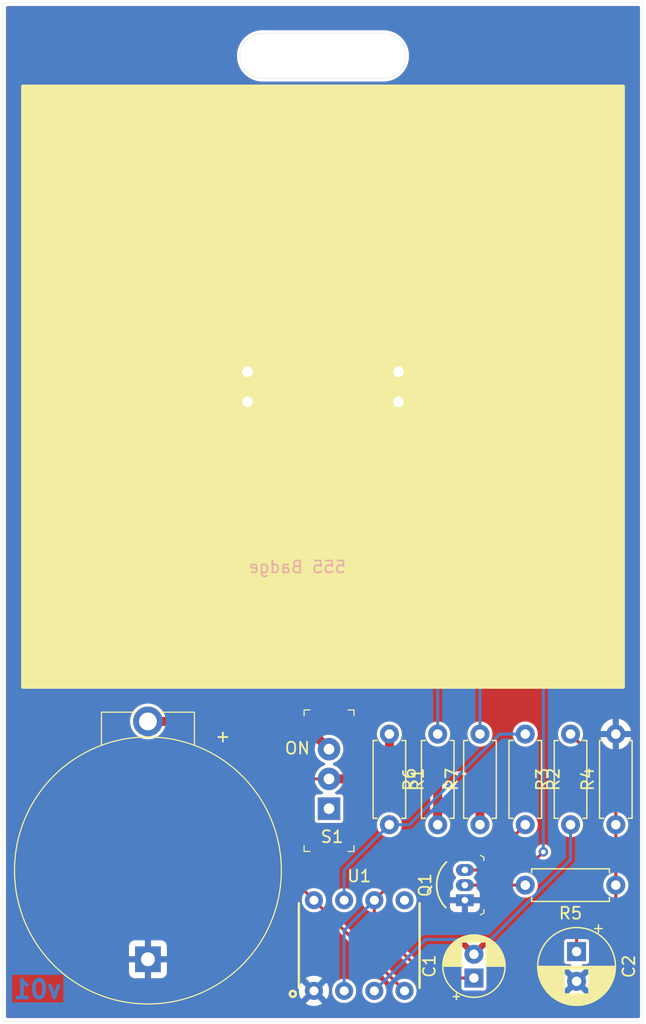
<source format=kicad_pcb>
(kicad_pcb (version 20221018) (generator pcbnew)
  (title_block (title "555 Badge") (rev "v01") (comment 2 "creativecommons.org/license/by/4.0") (comment 3 "License: CC BY 4.0") (comment 4 "Author: Samuel Street"))
  (layers (0 "F.Cu" signal) (31 "B.Cu" signal) (34 "B.Paste" user) (35 "F.Paste" user) (36 "B.SilkS" user "B.Silkscreen") (37 "F.SilkS" user "F.Silkscreen") (38 "B.Mask" user) (39 "F.Mask" user) (44 "Edge.Cuts" user))
  (net 0 "")
  (net 1 "GND")
  (net 2 "Net-(BAT1-PadPos)")
  (net 3 "Net-(U1-THRESH)")
  (net 4 "Net-(C2-Pad1)")
  (net 5 "Net-(D1-K)")
  (net 6 "Net-(D1-A)")
  (net 7 "Net-(D2-A)")
  (net 8 "Net-(Q1-B)")
  (net 9 "VCC")
  (net 10 "Net-(U1-DIS)")
  (net 11 "Net-(U1-OUT)")
  (footprint "Resistor_THT:R_Axial_DIN0207_L6.3mm_D2.5mm_P7.62mm_Horizontal" (layer "F.Cu") (at 174.752 110.49 90)
    (fp_text reference "R3" (at 3.81 -2.37 90) (layer "F.SilkS"))
    (fp_text value "22k")
    (fp_line (start 0.54 -1.37) (end 7.08 -1.37) (stroke (width 0.12)) (layer "F.SilkS"))
    (fp_line (start 0.54 -1.04) (end 0.54 -1.37) (stroke (width 0.12)) (layer "F.SilkS"))
    (fp_line (start 0.54 1.04) (end 0.54 1.37) (stroke (width 0.12)) (layer "F.SilkS"))
    (fp_line (start 0.54 1.37) (end 7.08 1.37) (stroke (width 0.12)) (layer "F.SilkS"))
    (fp_line (start 7.08 -1.37) (end 7.08 -1.04) (stroke (width 0.12)) (layer "F.SilkS"))
    (fp_line (start 7.08 1.37) (end 7.08 1.04) (stroke (width 0.12)) (layer "F.SilkS"))
    (pad "1" thru_hole circle (at 0 0 90) (size 1.6 1.6) (drill 0.8) (layers "*.Cu" "*.Mask") (net 11 "Net-(U1-OUT)"))
    (pad "2" thru_hole oval (at 7.62 0 90) (size 1.6 1.6) (drill 0.8) (layers "*.Cu" "*.Mask") (net 4 "Net-(C2-Pad1)"))
  )
  (footprint "Resistor_THT:R_Axial_DIN0207_L6.3mm_D2.5mm_P7.62mm_Horizontal" (layer "F.Cu") (at 170.942 102.87 -90)
    (fp_text reference "R2" (at 3.81 -2.37 90) (layer "F.SilkS"))
    (fp_text value "22k")
    (fp_line (start 0.54 -1.37) (end 7.08 -1.37) (stroke (width 0.12)) (layer "F.SilkS"))
    (fp_line (start 0.54 -1.04) (end 0.54 -1.37) (stroke (width 0.12)) (layer "F.SilkS"))
    (fp_line (start 0.54 1.04) (end 0.54 1.37) (stroke (width 0.12)) (layer "F.SilkS"))
    (fp_line (start 0.54 1.37) (end 7.08 1.37) (stroke (width 0.12)) (layer "F.SilkS"))
    (fp_line (start 7.08 -1.37) (end 7.08 -1.04) (stroke (width 0.12)) (layer "F.SilkS"))
    (fp_line (start 7.08 1.37) (end 7.08 1.04) (stroke (width 0.12)) (layer "F.SilkS"))
    (pad "1" thru_hole circle (at 0 0 270) (size 1.6 1.6) (drill 0.8) (layers "*.Cu" "*.Mask") (net 10 "Net-(U1-DIS)"))
    (pad "2" thru_hole oval (at 7.62 0 270) (size 1.6 1.6) (drill 0.8) (layers "*.Cu" "*.Mask") (net 3 "Net-(U1-THRESH)"))
  )
  (footprint "digikey-footprints:Switch_Slide_11.6x4mm_EG1218" (layer "F.Cu") (at 154.432 109.14 90)
    (fp_text reference "S1" (at -2.366 0.254 180) (layer "F.SilkS"))
    (fp_text value "EG1218")
    (fp_line (start -3.6 -2.1) (end -3.6 -1.6) (stroke (width 0.1)) (layer "F.SilkS"))
    (fp_line (start -3.6 -2.1) (end -3.1 -2.1) (stroke (width 0.1)) (layer "F.SilkS"))
    (fp_line (start -3.6 2.1) (end -3.6 1.6) (stroke (width 0.1)) (layer "F.SilkS"))
    (fp_line (start -3.6 2.1) (end -3.1 2.1) (stroke (width 0.1)) (layer "F.SilkS"))
    (fp_line (start 8.3 -2.1) (end 7.8 -2.1) (stroke (width 0.1)) (layer "F.SilkS"))
    (fp_line (start 8.3 -2.1) (end 8.3 -1.6) (stroke (width 0.1)) (layer "F.SilkS"))
    (fp_line (start 8.3 2.1) (end 7.8 2.1) (stroke (width 0.1)) (layer "F.SilkS"))
    (fp_line (start 8.3 2.1) (end 8.3 1.6) (stroke (width 0.1)) (layer "F.SilkS"))
    (pad "1" thru_hole rect (at 0 0 90) (size 1.9 1.9) (drill 0.9) (layers "*.Cu" "*.Mask"))
    (pad "2" thru_hole circle (at 2.5 0 90) (size 1.9 1.9) (drill 0.9) (layers "*.Cu" "*.Mask") (net 9 "VCC"))
    (pad "3" thru_hole circle (at 5 0 90) (size 1.9 1.9) (drill 0.9) (layers "*.Cu" "*.Mask") (net 2 "Net-(BAT1-PadPos)"))
  )
  (footprint "Capacitor_THT:CP_Radial_D6.3mm_P2.50mm" (layer "F.Cu") (at 175.26 121.158 -90)
    (fp_text reference "C2" (at 1.25 -4.4 90) (layer "F.SilkS"))
    (fp_text value "100uF")
    (fp_line (start -2.250241 -1.839) (end -1.620241 -1.839) (stroke (width 0.12)) (layer "F.SilkS"))
    (fp_line (start -1.935241 -2.154) (end -1.935241 -1.524) (stroke (width 0.12)) (layer "F.SilkS"))
    (fp_line (start 1.25 -3.23) (end 1.25 3.23) (stroke (width 0.12)) (layer "F.SilkS"))
    (fp_line (start 1.29 -3.23) (end 1.29 3.23) (stroke (width 0.12)) (layer "F.SilkS"))
    (fp_line (start 1.33 -3.23) (end 1.33 3.23) (stroke (width 0.12)) (layer "F.SilkS"))
    (fp_line (start 1.37 -3.228) (end 1.37 3.228) (stroke (width 0.12)) (layer "F.SilkS"))
    (fp_line (start 1.41 -3.227) (end 1.41 3.227) (stroke (width 0.12)) (layer "F.SilkS"))
    (fp_line (start 1.45 -3.224) (end 1.45 3.224) (stroke (width 0.12)) (layer "F.SilkS"))
    (fp_line (start 1.49 -3.222) (end 1.49 -1.04) (stroke (width 0.12)) (layer "F.SilkS"))
    (fp_line (start 1.49 1.04) (end 1.49 3.222) (stroke (width 0.12)) (layer "F.SilkS"))
    (fp_line (start 1.53 -3.218) (end 1.53 -1.04) (stroke (width 0.12)) (layer "F.SilkS"))
    (fp_line (start 1.53 1.04) (end 1.53 3.218) (stroke (width 0.12)) (layer "F.SilkS"))
    (fp_line (start 1.57 -3.215) (end 1.57 -1.04) (stroke (width 0.12)) (layer "F.SilkS"))
    (fp_line (start 1.57 1.04) (end 1.57 3.215) (stroke (width 0.12)) (layer "F.SilkS"))
    (fp_line (start 1.61 -3.211) (end 1.61 -1.04) (stroke (width 0.12)) (layer "F.SilkS"))
    (fp_line (start 1.61 1.04) (end 1.61 3.211) (stroke (width 0.12)) (layer "F.SilkS"))
    (fp_line (start 1.65 -3.206) (end 1.65 -1.04) (stroke (width 0.12)) (layer "F.SilkS"))
    (fp_line (start 1.65 1.04) (end 1.65 3.206) (stroke (width 0.12)) (layer "F.SilkS"))
    (fp_line (start 1.69 -3.201) (end 1.69 -1.04) (stroke (width 0.12)) (layer "F.SilkS"))
    (fp_line (start 1.69 1.04) (end 1.69 3.201) (stroke (width 0.12)) (layer "F.SilkS"))
    (fp_line (start 1.73 -3.195) (end 1.73 -1.04) (stroke (width 0.12)) (layer "F.SilkS"))
    (fp_line (start 1.73 1.04) (end 1.73 3.195) (stroke (width 0.12)) (layer "F.SilkS"))
    (fp_line (start 1.77 -3.189) (end 1.77 -1.04) (stroke (width 0.12)) (layer "F.SilkS"))
    (fp_line (start 1.77 1.04) (end 1.77 3.189) (stroke (width 0.12)) (layer "F.SilkS"))
    (fp_line (start 1.81 -3.182) (end 1.81 -1.04) (stroke (width 0.12)) (layer "F.SilkS"))
    (fp_line (start 1.81 1.04) (end 1.81 3.182) (stroke (width 0.12)) (layer "F.SilkS"))
    (fp_line (start 1.85 -3.175) (end 1.85 -1.04) (stroke (width 0.12)) (layer "F.SilkS"))
    (fp_line (start 1.85 1.04) (end 1.85 3.175) (stroke (width 0.12)) (layer "F.SilkS"))
    (fp_line (start 1.89 -3.167) (end 1.89 -1.04) (stroke (width 0.12)) (layer "F.SilkS"))
    (fp_line (start 1.89 1.04) (end 1.89 3.167) (stroke (width 0.12)) (layer "F.SilkS"))
    (fp_line (start 1.93 -3.159) (end 1.93 -1.04) (stroke (width 0.12)) (layer "F.SilkS"))
    (fp_line (start 1.93 1.04) (end 1.93 3.159) (stroke (width 0.12)) (layer "F.SilkS"))
    (fp_line (start 1.971 -3.15) (end 1.971 -1.04) (stroke (width 0.12)) (layer "F.SilkS"))
    (fp_line (start 1.971 1.04) (end 1.971 3.15) (stroke (width 0.12)) (layer "F.SilkS"))
    (fp_line (start 2.011 -3.141) (end 2.011 -1.04) (stroke (width 0.12)) (layer "F.SilkS"))
    (fp_line (start 2.011 1.04) (end 2.011 3.141) (stroke (width 0.12)) (layer "F.SilkS"))
    (fp_line (start 2.051 -3.131) (end 2.051 -1.04) (stroke (width 0.12)) (layer "F.SilkS"))
    (fp_line (start 2.051 1.04) (end 2.051 3.131) (stroke (width 0.12)) (layer "F.SilkS"))
    (fp_line (start 2.091 -3.121) (end 2.091 -1.04) (stroke (width 0.12)) (layer "F.SilkS"))
    (fp_line (start 2.091 1.04) (end 2.091 3.121) (stroke (width 0.12)) (layer "F.SilkS"))
    (fp_line (start 2.131 -3.11) (end 2.131 -1.04) (stroke (width 0.12)) (layer "F.SilkS"))
    (fp_line (start 2.131 1.04) (end 2.131 3.11) (stroke (width 0.12)) (layer "F.SilkS"))
    (fp_line (start 2.171 -3.098) (end 2.171 -1.04) (stroke (width 0.12)) (layer "F.SilkS"))
    (fp_line (start 2.171 1.04) (end 2.171 3.098) (stroke (width 0.12)) (layer "F.SilkS"))
    (fp_line (start 2.211 -3.086) (end 2.211 -1.04) (stroke (width 0.12)) (layer "F.SilkS"))
    (fp_line (start 2.211 1.04) (end 2.211 3.086) (stroke (width 0.12)) (layer "F.SilkS"))
    (fp_line (start 2.251 -3.074) (end 2.251 -1.04) (stroke (width 0.12)) (layer "F.SilkS"))
    (fp_line (start 2.251 1.04) (end 2.251 3.074) (stroke (width 0.12)) (layer "F.SilkS"))
    (fp_line (start 2.291 -3.061) (end 2.291 -1.04) (stroke (width 0.12)) (layer "F.SilkS"))
    (fp_line (start 2.291 1.04) (end 2.291 3.061) (stroke (width 0.12)) (layer "F.SilkS"))
    (fp_line (start 2.331 -3.047) (end 2.331 -1.04) (stroke (width 0.12)) (layer "F.SilkS"))
    (fp_line (start 2.331 1.04) (end 2.331 3.047) (stroke (width 0.12)) (layer "F.SilkS"))
    (fp_line (start 2.371 -3.033) (end 2.371 -1.04) (stroke (width 0.12)) (layer "F.SilkS"))
    (fp_line (start 2.371 1.04) (end 2.371 3.033) (stroke (width 0.12)) (layer "F.SilkS"))
    (fp_line (start 2.411 -3.018) (end 2.411 -1.04) (stroke (width 0.12)) (layer "F.SilkS"))
    (fp_line (start 2.411 1.04) (end 2.411 3.018) (stroke (width 0.12)) (layer "F.SilkS"))
    (fp_line (start 2.451 -3.002) (end 2.451 -1.04) (stroke (width 0.12)) (layer "F.SilkS"))
    (fp_line (start 2.451 1.04) (end 2.451 3.002) (stroke (width 0.12)) (layer "F.SilkS"))
    (fp_line (start 2.491 -2.986) (end 2.491 -1.04) (stroke (width 0.12)) (layer "F.SilkS"))
    (fp_line (start 2.491 1.04) (end 2.491 2.986) (stroke (width 0.12)) (layer "F.SilkS"))
    (fp_line (start 2.531 -2.97) (end 2.531 -1.04) (stroke (width 0.12)) (layer "F.SilkS"))
    (fp_line (start 2.531 1.04) (end 2.531 2.97) (stroke (width 0.12)) (layer "F.SilkS"))
    (fp_line (start 2.571 -2.952) (end 2.571 -1.04) (stroke (width 0.12)) (layer "F.SilkS"))
    (fp_line (start 2.571 1.04) (end 2.571 2.952) (stroke (width 0.12)) (layer "F.SilkS"))
    (fp_line (start 2.611 -2.934) (end 2.611 -1.04) (stroke (width 0.12)) (layer "F.SilkS"))
    (fp_line (start 2.611 1.04) (end 2.611 2.934) (stroke (width 0.12)) (layer "F.SilkS"))
    (fp_line (start 2.651 -2.916) (end 2.651 -1.04) (stroke (width 0.12)) (layer "F.SilkS"))
    (fp_line (start 2.651 1.04) (end 2.651 2.916) (stroke (width 0.12)) (layer "F.SilkS"))
    (fp_line (start 2.691 -2.896) (end 2.691 -1.04) (stroke (width 0.12)) (layer "F.SilkS"))
    (fp_line (start 2.691 1.04) (end 2.691 2.896) (stroke (width 0.12)) (layer "F.SilkS"))
    (fp_line (start 2.731 -2.876) (end 2.731 -1.04) (stroke (width 0.12)) (layer "F.SilkS"))
    (fp_line (start 2.731 1.04) (end 2.731 2.876) (stroke (width 0.12)) (layer "F.SilkS"))
    (fp_line (start 2.771 -2.856) (end 2.771 -1.04) (stroke (width 0.12)) (layer "F.SilkS"))
    (fp_line (start 2.771 1.04) (end 2.771 2.856) (stroke (width 0.12)) (layer "F.SilkS"))
    (fp_line (start 2.811 -2.834) (end 2.811 -1.04) (stroke (width 0.12)) (layer "F.SilkS"))
    (fp_line (start 2.811 1.04) (end 2.811 2.834) (stroke (width 0.12)) (layer "F.SilkS"))
    (fp_line (start 2.851 -2.812) (end 2.851 -1.04) (stroke (width 0.12)) (layer "F.SilkS"))
    (fp_line (start 2.851 1.04) (end 2.851 2.812) (stroke (width 0.12)) (layer "F.SilkS"))
    (fp_line (start 2.891 -2.79) (end 2.891 -1.04) (stroke (width 0.12)) (layer "F.SilkS"))
    (fp_line (start 2.891 1.04) (end 2.891 2.79) (stroke (width 0.12)) (layer "F.SilkS"))
    (fp_line (start 2.931 -2.766) (end 2.931 -1.04) (stroke (width 0.12)) (layer "F.SilkS"))
    (fp_line (start 2.931 1.04) (end 2.931 2.766) (stroke (width 0.12)) (layer "F.SilkS"))
    (fp_line (start 2.971 -2.742) (end 2.971 -1.04) (stroke (width 0.12)) (layer "F.SilkS"))
    (fp_line (start 2.971 1.04) (end 2.971 2.742) (stroke (width 0.12)) (layer "F.SilkS"))
    (fp_line (start 3.011 -2.716) (end 3.011 -1.04) (stroke (width 0.12)) (layer "F.SilkS"))
    (fp_line (start 3.011 1.04) (end 3.011 2.716) (stroke (width 0.12)) (layer "F.SilkS"))
    (fp_line (start 3.051 -2.69) (end 3.051 -1.04) (stroke (width 0.12)) (layer "F.SilkS"))
    (fp_line (start 3.051 1.04) (end 3.051 2.69) (stroke (width 0.12)) (layer "F.SilkS"))
    (fp_line (start 3.091 -2.664) (end 3.091 -1.04) (stroke (width 0.12)) (layer "F.SilkS"))
    (fp_line (start 3.091 1.04) (end 3.091 2.664) (stroke (width 0.12)) (layer "F.SilkS"))
    (fp_line (start 3.131 -2.636) (end 3.131 -1.04) (stroke (width 0.12)) (layer "F.SilkS"))
    (fp_line (start 3.131 1.04) (end 3.131 2.636) (stroke (width 0.12)) (layer "F.SilkS"))
    (fp_line (start 3.171 -2.607) (end 3.171 -1.04) (stroke (width 0.12)) (layer "F.SilkS"))
    (fp_line (start 3.171 1.04) (end 3.171 2.607) (stroke (width 0.12)) (layer "F.SilkS"))
    (fp_line (start 3.211 -2.578) (end 3.211 -1.04) (stroke (width 0.12)) (layer "F.SilkS"))
    (fp_line (start 3.211 1.04) (end 3.211 2.578) (stroke (width 0.12)) (layer "F.SilkS"))
    (fp_line (start 3.251 -2.548) (end 3.251 -1.04) (stroke (width 0.12)) (layer "F.SilkS"))
    (fp_line (start 3.251 1.04) (end 3.251 2.548) (stroke (width 0.12)) (layer "F.SilkS"))
    (fp_line (start 3.291 -2.516) (end 3.291 -1.04) (stroke (width 0.12)) (layer "F.SilkS"))
    (fp_line (start 3.291 1.04) (end 3.291 2.516) (stroke (width 0.12)) (layer "F.SilkS"))
    (fp_line (start 3.331 -2.484) (end 3.331 -1.04) (stroke (width 0.12)) (layer "F.SilkS"))
    (fp_line (start 3.331 1.04) (end 3.331 2.484) (stroke (width 0.12)) (layer "F.SilkS"))
    (fp_line (start 3.371 -2.45) (end 3.371 -1.04) (stroke (width 0.12)) (layer "F.SilkS"))
    (fp_line (start 3.371 1.04) (end 3.371 2.45) (stroke (width 0.12)) (layer "F.SilkS"))
    (fp_line (start 3.411 -2.416) (end 3.411 -1.04) (stroke (width 0.12)) (layer "F.SilkS"))
    (fp_line (start 3.411 1.04) (end 3.411 2.416) (stroke (width 0.12)) (layer "F.SilkS"))
    (fp_line (start 3.451 -2.38) (end 3.451 -1.04) (stroke (width 0.12)) (layer "F.SilkS"))
    (fp_line (start 3.451 1.04) (end 3.451 2.38) (stroke (width 0.12)) (layer "F.SilkS"))
    (fp_line (start 3.491 -2.343) (end 3.491 -1.04) (stroke (width 0.12)) (layer "F.SilkS"))
    (fp_line (start 3.491 1.04) (end 3.491 2.343) (stroke (width 0.12)) (layer "F.SilkS"))
    (fp_line (start 3.531 -2.305) (end 3.531 -1.04) (stroke (width 0.12)) (layer "F.SilkS"))
    (fp_line (start 3.531 1.04) (end 3.531 2.305) (stroke (width 0.12)) (layer "F.SilkS"))
    (fp_line (start 3.571 -2.265) (end 3.571 2.265) (stroke (width 0.12)) (layer "F.SilkS"))
    (fp_line (start 3.611 -2.224) (end 3.611 2.224) (stroke (width 0.12)) (layer "F.SilkS"))
    (fp_line (start 3.651 -2.182) (end 3.651 2.182) (stroke (width 0.12)) (layer "F.SilkS"))
    (fp_line (start 3.691 -2.137) (end 3.691 2.137) (stroke (width 0.12)) (layer "F.SilkS"))
    (fp_line (start 3.731 -2.092) (end 3.731 2.092) (stroke (width 0.12)) (layer "F.SilkS"))
    (fp_line (start 3.771 -2.044) (end 3.771 2.044) (stroke (width 0.12)) (layer "F.SilkS"))
    (fp_line (start 3.811 -1.995) (end 3.811 1.995) (stroke (width 0.12)) (layer "F.SilkS"))
    (fp_line (start 3.851 -1.944) (end 3.851 1.944) (stroke (width 0.12)) (layer "F.SilkS"))
    (fp_line (start 3.891 -1.89) (end 3.891 1.89) (stroke (width 0.12)) (layer "F.SilkS"))
    (fp_line (start 3.931 -1.834) (end 3.931 1.834) (stroke (width 0.12)) (layer "F.SilkS"))
    (fp_line (start 3.971 -1.776) (end 3.971 1.776) (stroke (width 0.12)) (layer "F.SilkS"))
    (fp_line (start 4.011 -1.714) (end 4.011 1.714) (stroke (width 0.12)) (layer "F.SilkS"))
    (fp_line (start 4.051 -1.65) (end 4.051 1.65) (stroke (width 0.12)) (layer "F.SilkS"))
    (fp_line (start 4.091 -1.581) (end 4.091 1.581) (stroke (width 0.12)) (layer "F.SilkS"))
    (fp_line (start 4.131 -1.509) (end 4.131 1.509) (stroke (width 0.12)) (layer "F.SilkS"))
    (fp_line (start 4.171 -1.432) (end 4.171 1.432) (stroke (width 0.12)) (layer "F.SilkS"))
    (fp_line (start 4.211 -1.35) (end 4.211 1.35) (stroke (width 0.12)) (layer "F.SilkS"))
    (fp_line (start 4.251 -1.262) (end 4.251 1.262) (stroke (width 0.12)) (layer "F.SilkS"))
    (fp_line (start 4.291 -1.165) (end 4.291 1.165) (stroke (width 0.12)) (layer "F.SilkS"))
    (fp_line (start 4.331 -1.059) (end 4.331 1.059) (stroke (width 0.12)) (layer "F.SilkS"))
    (fp_line (start 4.371 -0.94) (end 4.371 0.94) (stroke (width 0.12)) (layer "F.SilkS"))
    (fp_line (start 4.411 -0.802) (end 4.411 0.802) (stroke (width 0.12)) (layer "F.SilkS"))
    (fp_line (start 4.451 -0.633) (end 4.451 0.633) (stroke (width 0.12)) (layer "F.SilkS"))
    (fp_line (start 4.491 -0.402) (end 4.491 0.402) (stroke (width 0.12)) (layer "F.SilkS"))
    (fp_circle (center 1.25 0) (end 4.52 0) (stroke (width 0.12)) (fill none) (layer "F.SilkS"))
    (pad "1" thru_hole rect (at 0 0 270) (size 1.6 1.6) (drill 0.8) (layers "*.Cu" "*.Mask") (net 4 "Net-(C2-Pad1)"))
    (pad "2" thru_hole circle (at 2.5 0 270) (size 1.6 1.6) (drill 0.8) (layers "*.Cu" "*.Mask") (net 1 "GND"))
  )
  (footprint "Resistor_THT:R_Axial_DIN0207_L6.3mm_D2.5mm_P7.62mm_Horizontal" (layer "F.Cu") (at 163.576 110.49 90)
    (fp_text reference "R6" (at 3.81 -2.37 90) (layer "F.SilkS"))
    (fp_text value "100")
    (fp_line (start 0.54 -1.37) (end 7.08 -1.37) (stroke (width 0.12)) (layer "F.SilkS"))
    (fp_line (start 0.54 -1.04) (end 0.54 -1.37) (stroke (width 0.12)) (layer "F.SilkS"))
    (fp_line (start 0.54 1.04) (end 0.54 1.37) (stroke (width 0.12)) (layer "F.SilkS"))
    (fp_line (start 0.54 1.37) (end 7.08 1.37) (stroke (width 0.12)) (layer "F.SilkS"))
    (fp_line (start 7.08 -1.37) (end 7.08 -1.04) (stroke (width 0.12)) (layer "F.SilkS"))
    (fp_line (start 7.08 1.37) (end 7.08 1.04) (stroke (width 0.12)) (layer "F.SilkS"))
    (pad "1" thru_hole circle (at 0 0 90) (size 1.6 1.6) (drill 0.8) (layers "*.Cu" "*.Mask") (net 9 "VCC"))
    (pad "2" thru_hole oval (at 7.62 0 90) (size 1.6 1.6) (drill 0.8) (layers "*.Cu" "*.Mask") (net 6 "Net-(D1-A)"))
  )
  (footprint "LED_THT:LED_D3.0mm" (layer "F.Cu") (at 147.574 74.93 90)
    (fp_text reference "D2" (at 1.27 -2.96 90) (layer "F.SilkS"))
    (fp_text value "RED")
    (fp_line (start -0.29 -1.236) (end -0.29 -1.08) (stroke (width 0.12)) (layer "F.SilkS"))
    (fp_line (start -0.29 1.08) (end -0.29 1.236) (stroke (width 0.12)) (layer "F.SilkS"))
    (fp_arc (start -0.29 -1.235516) (mid 1.366487 -1.987659) (end 2.942335 -1.078608) (stroke (width 0.12)) (layer "F.SilkS"))
    (fp_arc (start 0.229039 -1.08) (mid 1.270117 -1.5) (end 2.31113 -1.079837) (stroke (width 0.12)) (layer "F.SilkS"))
    (fp_arc (start 2.31113 1.079837) (mid 1.270117 1.5) (end 0.229039 1.08) (stroke (width 0.12)) (layer "F.SilkS"))
    (fp_arc (start 2.942335 1.078608) (mid 1.366487 1.987659) (end -0.29 1.235516) (stroke (width 0.12)) (layer "F.SilkS"))
    (pad "1" thru_hole rect (at 0 0 90) (size 1.8 1.8) (drill 0.9) (layers "*.Cu" "*.Mask") (net 5 "Net-(D1-K)"))
    (pad "2" thru_hole circle (at 2.54 0 90) (size 1.8 1.8) (drill 0.9) (layers "*.Cu" "*.Mask") (net 7 "Net-(D2-A)"))
  )
  (footprint "Resistor_THT:R_Axial_DIN0207_L6.3mm_D2.5mm_P7.62mm_Horizontal" (layer "F.Cu") (at 178.562 115.57 180)
    (fp_text reference "R5" (at 3.81 -2.37) (layer "F.SilkS"))
    (fp_text value "10k")
    (fp_line (start 0.54 -1.37) (end 7.08 -1.37) (stroke (width 0.12)) (layer "F.SilkS"))
    (fp_line (start 0.54 -1.04) (end 0.54 -1.37) (stroke (width 0.12)) (layer "F.SilkS"))
    (fp_line (start 0.54 1.04) (end 0.54 1.37) (stroke (width 0.12)) (layer "F.SilkS"))
    (fp_line (start 0.54 1.37) (end 7.08 1.37) (stroke (width 0.12)) (layer "F.SilkS"))
    (fp_line (start 7.08 -1.37) (end 7.08 -1.04) (stroke (width 0.12)) (layer "F.SilkS"))
    (fp_line (start 7.08 1.37) (end 7.08 1.04) (stroke (width 0.12)) (layer "F.SilkS"))
    (pad "1" thru_hole circle (at 0 0 180) (size 1.6 1.6) (drill 0.8) (layers "*.Cu" "*.Mask") (net 4 "Net-(C2-Pad1)"))
    (pad "2" thru_hole oval (at 7.62 0 180) (size 1.6 1.6) (drill 0.8) (layers "*.Cu" "*.Mask") (net 8 "Net-(Q1-B)"))
  )
  (footprint "footprints:ICM7555-PDIP" (layer "F.Cu") (at 156.972 120.65)
    (fp_text reference "U1" (at 0 -5.842 unlocked) (layer "F.SilkS"))
    (fp_text value "7555")
    (fp_line (start -5.08 3.556) (end -5.08 -3.556) (stroke (width 0.2032)) (layer "F.SilkS"))
    (fp_line (start 5.08 3.556) (end 5.08 -3.556) (stroke (width 0.2032)) (layer "F.SilkS"))
    (fp_circle (center -5.588 4.064) (end -5.334 4.064) (stroke (width 0.2032)) (fill none) (layer "F.SilkS"))
    (pad "1" thru_hole circle (at -3.81 3.81) (size 1.524 1.524) (drill 0.762) (layers "*.Cu" "*.Mask") (net 1 "GND"))
    (pad "2" thru_hole circle (at -1.27 3.81) (size 1.524 1.524) (drill 0.762) (layers "*.Cu" "*.Mask") (net 3 "Net-(U1-THRESH)"))
    (pad "3" thru_hole circle (at 1.27 3.81) (size 1.524 1.524) (drill 0.762) (layers "*.Cu" "*.Mask") (net 11 "Net-(U1-OUT)"))
    (pad "4" thru_hole circle (at 3.81 3.81) (size 1.524 1.524) (drill 0.762) (layers "*.Cu" "*.Mask") (net 9 "VCC"))
    (pad "5" thru_hole circle (at 3.81 -3.81) (size 1.524 1.524) (drill 0.762) (layers "*.Cu" "*.Mask"))
    (pad "6" thru_hole circle (at 1.27 -3.81) (size 1.524 1.524) (drill 0.762) (layers "*.Cu" "*.Mask") (net 3 "Net-(U1-THRESH)"))
    (pad "7" thru_hole circle (at -1.27 -3.81) (size 1.524 1.524) (drill 0.762) (layers "*.Cu" "*.Mask") (net 10 "Net-(U1-DIS)"))
    (pad "8" thru_hole circle (at -3.81 -3.81) (size 1.524 1.524) (drill 0.762) (layers "*.Cu" "*.Mask") (net 9 "VCC"))
  )
  (footprint "Resistor_THT:R_Axial_DIN0207_L6.3mm_D2.5mm_P7.62mm_Horizontal" (layer "F.Cu") (at 178.562 110.49 90)
    (fp_text reference "R4" (at 3.81 -2.37 90) (layer "F.SilkS"))
    (fp_text value "100k")
    (fp_line (start 0.54 -1.37) (end 7.08 -1.37) (stroke (width 0.12)) (layer "F.SilkS"))
    (fp_line (start 0.54 -1.04) (end 0.54 -1.37) (stroke (width 0.12)) (layer "F.SilkS"))
    (fp_line (start 0.54 1.04) (end 0.54 1.37) (stroke (width 0.12)) (layer "F.SilkS"))
    (fp_line (start 0.54 1.37) (end 7.08 1.37) (stroke (width 0.12)) (layer "F.SilkS"))
    (fp_line (start 7.08 -1.37) (end 7.08 -1.04) (stroke (width 0.12)) (layer "F.SilkS"))
    (fp_line (start 7.08 1.37) (end 7.08 1.04) (stroke (width 0.12)) (layer "F.SilkS"))
    (pad "1" thru_hole circle (at 0 0 90) (size 1.6 1.6) (drill 0.8) (layers "*.Cu" "*.Mask") (net 4 "Net-(C2-Pad1)"))
    (pad "2" thru_hole oval (at 7.62 0 90) (size 1.6 1.6) (drill 0.8) (layers "*.Cu" "*.Mask") (net 1 "GND"))
  )
  (footprint "LED_THT:LED_D3.0mm" (layer "F.Cu") (at 160.274 74.93 90)
    (fp_text reference "D1" (at 1.27 -2.96 90) (layer "F.SilkS"))
    (fp_text value "RED")
    (fp_line (start -0.29 -1.236) (end -0.29 -1.08) (stroke (width 0.12)) (layer "F.SilkS"))
    (fp_line (start -0.29 1.08) (end -0.29 1.236) (stroke (width 0.12)) (layer "F.SilkS"))
    (fp_arc (start -0.29 -1.235516) (mid 1.366487 -1.987659) (end 2.942335 -1.078608) (stroke (width 0.12)) (layer "F.SilkS"))
    (fp_arc (start 0.229039 -1.08) (mid 1.270117 -1.5) (end 2.31113 -1.079837) (stroke (width 0.12)) (layer "F.SilkS"))
    (fp_arc (start 2.31113 1.079837) (mid 1.270117 1.5) (end 0.229039 1.08) (stroke (width 0.12)) (layer "F.SilkS"))
    (fp_arc (start 2.942335 1.078608) (mid 1.366487 1.987659) (end -0.29 1.235516) (stroke (width 0.12)) (layer "F.SilkS"))
    (pad "1" thru_hole rect (at 0 0 90) (size 1.8 1.8) (drill 0.9) (layers "*.Cu" "*.Mask") (net 5 "Net-(D1-K)"))
    (pad "2" thru_hole circle (at 2.54 0 90) (size 1.8 1.8) (drill 0.9) (layers "*.Cu" "*.Mask") (net 6 "Net-(D1-A)"))
  )
  (footprint "digikey-footprints:Battery_Holder_Coin_2032_BS-7" (layer "F.Cu") (at 139.192 121.8057 90)
    (fp_text reference "BAT1" hide)
    (fp_text value "BS-7")
    (fp_line (start 18.034 -3.9116) (end 20.7772 -3.9116) (stroke (width 0.1)) (layer "F.SilkS"))
    (fp_line (start 18.034 3.9116) (end 20.7772 3.9116) (stroke (width 0.1)) (layer "F.SilkS"))
    (fp_line (start 20.7772 -3.9116) (end 20.7772 -1.0668) (stroke (width 0.1)) (layer "F.SilkS"))
    (fp_line (start 20.7772 3.9116) (end 20.7772 1.0668) (stroke (width 0.1)) (layer "F.SilkS"))
    (fp_circle (center 7.4676 0) (end -3.7592 0) (stroke (width 0.1)) (fill none) (layer "F.SilkS"))
    (pad "Neg" thru_hole rect (at 0 0 90) (size 2.17 2.17) (drill 1.17) (layers "*.Cu" "*.Mask") (net 1 "GND"))
    (pad "Pos" thru_hole circle (at 20 0 90) (size 2.5 2.5) (drill 1.5) (layers "*.Cu" "*.Mask") (net 2 "Net-(BAT1-PadPos)"))
  )
  (footprint "Resistor_THT:R_Axial_DIN0207_L6.3mm_D2.5mm_P7.62mm_Horizontal" (layer "F.Cu") (at 167.132 110.49 90)
    (fp_text reference "R7" (at 3.81 -2.37 90) (layer "F.SilkS"))
    (fp_text value "100")
    (fp_line (start 0.54 -1.37) (end 7.08 -1.37) (stroke (width 0.12)) (layer "F.SilkS"))
    (fp_line (start 0.54 -1.04) (end 0.54 -1.37) (stroke (width 0.12)) (layer "F.SilkS"))
    (fp_line (start 0.54 1.04) (end 0.54 1.37) (stroke (width 0.12)) (layer "F.SilkS"))
    (fp_line (start 0.54 1.37) (end 7.08 1.37) (stroke (width 0.12)) (layer "F.SilkS"))
    (fp_line (start 7.08 -1.37) (end 7.08 -1.04) (stroke (width 0.12)) (layer "F.SilkS"))
    (fp_line (start 7.08 1.37) (end 7.08 1.04) (stroke (width 0.12)) (layer "F.SilkS"))
    (pad "1" thru_hole circle (at 0 0 90) (size 1.6 1.6) (drill 0.8) (layers "*.Cu" "*.Mask") (net 9 "VCC"))
    (pad "2" thru_hole oval (at 7.62 0 90) (size 1.6 1.6) (drill 0.8) (layers "*.Cu" "*.Mask") (net 7 "Net-(D2-A)"))
  )
  (footprint "Resistor_THT:R_Axial_DIN0207_L6.3mm_D2.5mm_P7.62mm_Horizontal" (layer "F.Cu") (at 159.512 102.87 -90)
    (fp_text reference "R1" (at 3.81 -2.37 90) (layer "F.SilkS"))
    (fp_text value "22k")
    (fp_line (start 0.54 -1.37) (end 7.08 -1.37) (stroke (width 0.12)) (layer "F.SilkS"))
    (fp_line (start 0.54 -1.04) (end 0.54 -1.37) (stroke (width 0.12)) (layer "F.SilkS"))
    (fp_line (start 0.54 1.04) (end 0.54 1.37) (stroke (width 0.12)) (layer "F.SilkS"))
    (fp_line (start 0.54 1.37) (end 7.08 1.37) (stroke (width 0.12)) (layer "F.SilkS"))
    (fp_line (start 7.08 -1.37) (end 7.08 -1.04) (stroke (width 0.12)) (layer "F.SilkS"))
    (fp_line (start 7.08 1.37) (end 7.08 1.04) (stroke (width 0.12)) (layer "F.SilkS"))
    (pad "1" thru_hole circle (at 0 0 270) (size 1.6 1.6) (drill 0.8) (layers "*.Cu" "*.Mask") (net 9 "VCC"))
    (pad "2" thru_hole oval (at 7.62 0 270) (size 1.6 1.6) (drill 0.8) (layers "*.Cu" "*.Mask") (net 10 "Net-(U1-DIS)"))
  )
  (footprint "digikey-footprints:TO-92-3" (layer "F.Cu") (at 165.862 116.84 90)
    (fp_text reference "Q1" (at 1.27 -3.35 90) (layer "F.SilkS"))
    (fp_text value "2N3904")
    (fp_line (start -1.08 1.6) (end -1.23 1.3) (stroke (width 0.1)) (layer "F.SilkS"))
    (fp_line (start -0.78 1.6) (end -1.08 1.6) (stroke (width 0.1)) (layer "F.SilkS"))
    (fp_line (start 3.62 1.6) (end 3.32 1.6) (stroke (width 0.1)) (layer "F.SilkS"))
    (fp_line (start 3.62 1.6) (end 3.77 1.3) (stroke (width 0.1)) (layer "F.SilkS"))
    (fp_arc (start -0.63 -1.6) (mid 1.305355 -2.372361) (end 3.22 -1.55) (stroke (width 0.15)) (layer "F.SilkS"))
    (pad "1" thru_hole rect (at 0 0 270) (size 1 1.5) (drill 0.55) (layers "*.Cu" "*.Mask") (net 1 "GND"))
    (pad "2" thru_hole oval (at 1.27 0 270) (size 1 1.5) (drill 0.55) (layers "*.Cu" "*.Mask") (net 8 "Net-(Q1-B)"))
    (pad "3" thru_hole oval (at 2.54 0 270) (size 1 1.5) (drill 0.55) (layers "*.Cu" "*.Mask") (net 5 "Net-(D1-K)"))
  )
  (footprint "Capacitor_THT:CP_Radial_D5.0mm_P2.00mm" (layer "F.Cu") (at 166.624 123.383113 90)
    (fp_text reference "C1" (at 1 -3.75 90) (layer "F.SilkS"))
    (fp_text value "10uF")
    (fp_line (start -1.804775 -1.475) (end -1.304775 -1.475) (stroke (width 0.12)) (layer "F.SilkS"))
    (fp_line (start -1.554775 -1.725) (end -1.554775 -1.225) (stroke (width 0.12)) (layer "F.SilkS"))
    (fp_line (start 1 -2.58) (end 1 -1.04) (stroke (width 0.12)) (layer "F.SilkS"))
    (fp_line (start 1 1.04) (end 1 2.58) (stroke (width 0.12)) (layer "F.SilkS"))
    (fp_line (start 1.04 -2.58) (end 1.04 -1.04) (stroke (width 0.12)) (layer "F.SilkS"))
    (fp_line (start 1.04 1.04) (end 1.04 2.58) (stroke (width 0.12)) (layer "F.SilkS"))
    (fp_line (start 1.08 -2.579) (end 1.08 -1.04) (stroke (width 0.12)) (layer "F.SilkS"))
    (fp_line (start 1.08 1.04) (end 1.08 2.579) (stroke (width 0.12)) (layer "F.SilkS"))
    (fp_line (start 1.12 -2.578) (end 1.12 -1.04) (stroke (width 0.12)) (layer "F.SilkS"))
    (fp_line (start 1.12 1.04) (end 1.12 2.578) (stroke (width 0.12)) (layer "F.SilkS"))
    (fp_line (start 1.16 -2.576) (end 1.16 -1.04) (stroke (width 0.12)) (layer "F.SilkS"))
    (fp_line (start 1.16 1.04) (end 1.16 2.576) (stroke (width 0.12)) (layer "F.SilkS"))
    (fp_line (start 1.2 -2.573) (end 1.2 -1.04) (stroke (width 0.12)) (layer "F.SilkS"))
    (fp_line (start 1.2 1.04) (end 1.2 2.573) (stroke (width 0.12)) (layer "F.SilkS"))
    (fp_line (start 1.24 -2.569) (end 1.24 -1.04) (stroke (width 0.12)) (layer "F.SilkS"))
    (fp_line (start 1.24 1.04) (end 1.24 2.569) (stroke (width 0.12)) (layer "F.SilkS"))
    (fp_line (start 1.28 -2.565) (end 1.28 -1.04) (stroke (width 0.12)) (layer "F.SilkS"))
    (fp_line (start 1.28 1.04) (end 1.28 2.565) (stroke (width 0.12)) (layer "F.SilkS"))
    (fp_line (start 1.32 -2.561) (end 1.32 -1.04) (stroke (width 0.12)) (layer "F.SilkS"))
    (fp_line (start 1.32 1.04) (end 1.32 2.561) (stroke (width 0.12)) (layer "F.SilkS"))
    (fp_line (start 1.36 -2.556) (end 1.36 -1.04) (stroke (width 0.12)) (layer "F.SilkS"))
    (fp_line (start 1.36 1.04) (end 1.36 2.556) (stroke (width 0.12)) (layer "F.SilkS"))
    (fp_line (start 1.4 -2.55) (end 1.4 -1.04) (stroke (width 0.12)) (layer "F.SilkS"))
    (fp_line (start 1.4 1.04) (end 1.4 2.55) (stroke (width 0.12)) (layer "F.SilkS"))
    (fp_line (start 1.44 -2.543) (end 1.44 -1.04) (stroke (width 0.12)) (layer "F.SilkS"))
    (fp_line (start 1.44 1.04) (end 1.44 2.543) (stroke (width 0.12)) (layer "F.SilkS"))
    (fp_line (start 1.48 -2.536) (end 1.48 -1.04) (stroke (width 0.12)) (layer "F.SilkS"))
    (fp_line (start 1.48 1.04) (end 1.48 2.536) (stroke (width 0.12)) (layer "F.SilkS"))
    (fp_line (start 1.52 -2.528) (end 1.52 -1.04) (stroke (width 0.12)) (layer "F.SilkS"))
    (fp_line (start 1.52 1.04) (end 1.52 2.528) (stroke (width 0.12)) (layer "F.SilkS"))
    (fp_line (start 1.56 -2.52) (end 1.56 -1.04) (stroke (width 0.12)) (layer "F.SilkS"))
    (fp_line (start 1.56 1.04) (end 1.56 2.52) (stroke (width 0.12)) (layer "F.SilkS"))
    (fp_line (start 1.6 -2.511) (end 1.6 -1.04) (stroke (width 0.12)) (layer "F.SilkS"))
    (fp_line (start 1.6 1.04) (end 1.6 2.511) (stroke (width 0.12)) (layer "F.SilkS"))
    (fp_line (start 1.64 -2.501) (end 1.64 -1.04) (stroke (width 0.12)) (layer "F.SilkS"))
    (fp_line (start 1.64 1.04) (end 1.64 2.501) (stroke (width 0.12)) (layer "F.SilkS"))
    (fp_line (start 1.68 -2.491) (end 1.68 -1.04) (stroke (width 0.12)) (layer "F.SilkS"))
    (fp_line (start 1.68 1.04) (end 1.68 2.491) (stroke (width 0.12)) (layer "F.SilkS"))
    (fp_line (start 1.721 -2.48) (end 1.721 -1.04) (stroke (width 0.12)) (layer "F.SilkS"))
    (fp_line (start 1.721 1.04) (end 1.721 2.48) (stroke (width 0.12)) (layer "F.SilkS"))
    (fp_line (start 1.761 -2.468) (end 1.761 -1.04) (stroke (width 0.12)) (layer "F.SilkS"))
    (fp_line (start 1.761 1.04) (end 1.761 2.468) (stroke (width 0.12)) (layer "F.SilkS"))
    (fp_line (start 1.801 -2.455) (end 1.801 -1.04) (stroke (width 0.12)) (layer "F.SilkS"))
    (fp_line (start 1.801 1.04) (end 1.801 2.455) (stroke (width 0.12)) (layer "F.SilkS"))
    (fp_line (start 1.841 -2.442) (end 1.841 -1.04) (stroke (width 0.12)) (layer "F.SilkS"))
    (fp_line (start 1.841 1.04) (end 1.841 2.442) (stroke (width 0.12)) (layer "F.SilkS"))
    (fp_line (start 1.881 -2.428) (end 1.881 -1.04) (stroke (width 0.12)) (layer "F.SilkS"))
    (fp_line (start 1.881 1.04) (end 1.881 2.428) (stroke (width 0.12)) (layer "F.SilkS"))
    (fp_line (start 1.921 -2.414) (end 1.921 -1.04) (stroke (width 0.12)) (layer "F.SilkS"))
    (fp_line (start 1.921 1.04) (end 1.921 2.414) (stroke (width 0.12)) (layer "F.SilkS"))
    (fp_line (start 1.961 -2.398) (end 1.961 -1.04) (stroke (width 0.12)) (layer "F.SilkS"))
    (fp_line (start 1.961 1.04) (end 1.961 2.398) (stroke (width 0.12)) (layer "F.SilkS"))
    (fp_line (start 2.001 -2.382) (end 2.001 -1.04) (stroke (width 0.12)) (layer "F.SilkS"))
    (fp_line (start 2.001 1.04) (end 2.001 2.382) (stroke (width 0.12)) (layer "F.SilkS"))
    (fp_line (start 2.041 -2.365) (end 2.041 -1.04) (stroke (width 0.12)) (layer "F.SilkS"))
    (fp_line (start 2.041 1.04) (end 2.041 2.365) (stroke (width 0.12)) (layer "F.SilkS"))
    (fp_line (start 2.081 -2.348) (end 2.081 -1.04) (stroke (width 0.12)) (layer "F.SilkS"))
    (fp_line (start 2.081 1.04) (end 2.081 2.348) (stroke (width 0.12)) (layer "F.SilkS"))
    (fp_line (start 2.121 -2.329) (end 2.121 -1.04) (stroke (width 0.12)) (layer "F.SilkS"))
    (fp_line (start 2.121 1.04) (end 2.121 2.329) (stroke (width 0.12)) (layer "F.SilkS"))
    (fp_line (start 2.161 -2.31) (end 2.161 -1.04) (stroke (width 0.12)) (layer "F.SilkS"))
    (fp_line (start 2.161 1.04) (end 2.161 2.31) (stroke (width 0.12)) (layer "F.SilkS"))
    (fp_line (start 2.201 -2.29) (end 2.201 -1.04) (stroke (width 0.12)) (layer "F.SilkS"))
    (fp_line (start 2.201 1.04) (end 2.201 2.29) (stroke (width 0.12)) (layer "F.SilkS"))
    (fp_line (start 2.241 -2.268) (end 2.241 -1.04) (stroke (width 0.12)) (layer "F.SilkS"))
    (fp_line (start 2.241 1.04) (end 2.241 2.268) (stroke (width 0.12)) (layer "F.SilkS"))
    (fp_line (start 2.281 -2.247) (end 2.281 -1.04) (stroke (width 0.12)) (layer "F.SilkS"))
    (fp_line (start 2.281 1.04) (end 2.281 2.247) (stroke (width 0.12)) (layer "F.SilkS"))
    (fp_line (start 2.321 -2.224) (end 2.321 -1.04) (stroke (width 0.12)) (layer "F.SilkS"))
    (fp_line (start 2.321 1.04) (end 2.321 2.224) (stroke (width 0.12)) (layer "F.SilkS"))
    (fp_line (start 2.361 -2.2) (end 2.361 -1.04) (stroke (width 0.12)) (layer "F.SilkS"))
    (fp_line (start 2.361 1.04) (end 2.361 2.2) (stroke (width 0.12)) (layer "F.SilkS"))
    (fp_line (start 2.401 -2.175) (end 2.401 -1.04) (stroke (width 0.12)) (layer "F.SilkS"))
    (fp_line (start 2.401 1.04) (end 2.401 2.175) (stroke (width 0.12)) (layer "F.SilkS"))
    (fp_line (start 2.441 -2.149) (end 2.441 -1.04) (stroke (width 0.12)) (layer "F.SilkS"))
    (fp_line (start 2.441 1.04) (end 2.441 2.149) (stroke (width 0.12)) (layer "F.SilkS"))
    (fp_line (start 2.481 -2.122) (end 2.481 -1.04) (stroke (width 0.12)) (layer "F.SilkS"))
    (fp_line (start 2.481 1.04) (end 2.481 2.122) (stroke (width 0.12)) (layer "F.SilkS"))
    (fp_line (start 2.521 -2.095) (end 2.521 -1.04) (stroke (width 0.12)) (layer "F.SilkS"))
    (fp_line (start 2.521 1.04) (end 2.521 2.095) (stroke (width 0.12)) (layer "F.SilkS"))
    (fp_line (start 2.561 -2.065) (end 2.561 -1.04) (stroke (width 0.12)) (layer "F.SilkS"))
    (fp_line (start 2.561 1.04) (end 2.561 2.065) (stroke (width 0.12)) (layer "F.SilkS"))
    (fp_line (start 2.601 -2.035) (end 2.601 -1.04) (stroke (width 0.12)) (layer "F.SilkS"))
    (fp_line (start 2.601 1.04) (end 2.601 2.035) (stroke (width 0.12)) (layer "F.SilkS"))
    (fp_line (start 2.641 -2.004) (end 2.641 -1.04) (stroke (width 0.12)) (layer "F.SilkS"))
    (fp_line (start 2.641 1.04) (end 2.641 2.004) (stroke (width 0.12)) (layer "F.SilkS"))
    (fp_line (start 2.681 -1.971) (end 2.681 -1.04) (stroke (width 0.12)) (layer "F.SilkS"))
    (fp_line (start 2.681 1.04) (end 2.681 1.971) (stroke (width 0.12)) (layer "F.SilkS"))
    (fp_line (start 2.721 -1.937) (end 2.721 -1.04) (stroke (width 0.12)) (layer "F.SilkS"))
    (fp_line (start 2.721 1.04) (end 2.721 1.937) (stroke (width 0.12)) (layer "F.SilkS"))
    (fp_line (start 2.761 -1.901) (end 2.761 -1.04) (stroke (width 0.12)) (layer "F.SilkS"))
    (fp_line (start 2.761 1.04) (end 2.761 1.901) (stroke (width 0.12)) (layer "F.SilkS"))
    (fp_line (start 2.801 -1.864) (end 2.801 -1.04) (stroke (width 0.12)) (layer "F.SilkS"))
    (fp_line (start 2.801 1.04) (end 2.801 1.864) (stroke (width 0.12)) (layer "F.SilkS"))
    (fp_line (start 2.841 -1.826) (end 2.841 -1.04) (stroke (width 0.12)) (layer "F.SilkS"))
    (fp_line (start 2.841 1.04) (end 2.841 1.826) (stroke (width 0.12)) (layer "F.SilkS"))
    (fp_line (start 2.881 -1.785) (end 2.881 -1.04) (stroke (width 0.12)) (layer "F.SilkS"))
    (fp_line (start 2.881 1.04) (end 2.881 1.785) (stroke (width 0.12)) (layer "F.SilkS"))
    (fp_line (start 2.921 -1.743) (end 2.921 -1.04) (stroke (width 0.12)) (layer "F.SilkS"))
    (fp_line (start 2.921 1.04) (end 2.921 1.743) (stroke (width 0.12)) (layer "F.SilkS"))
    (fp_line (start 2.961 -1.699) (end 2.961 -1.04) (stroke (width 0.12)) (layer "F.SilkS"))
    (fp_line (start 2.961 1.04) (end 2.961 1.699) (stroke (width 0.12)) (layer "F.SilkS"))
    (fp_line (start 3.001 -1.653) (end 3.001 -1.04) (stroke (width 0.12)) (layer "F.SilkS"))
    (fp_line (start 3.001 1.04) (end 3.001 1.653) (stroke (width 0.12)) (layer "F.SilkS"))
    (fp_line (start 3.041 -1.605) (end 3.041 1.605) (stroke (width 0.12)) (layer "F.SilkS"))
    (fp_line (start 3.081 -1.554) (end 3.081 1.554) (stroke (width 0.12)) (layer "F.SilkS"))
    (fp_line (start 3.121 -1.5) (end 3.121 1.5) (stroke (width 0.12)) (layer "F.SilkS"))
    (fp_line (start 3.161 -1.443) (end 3.161 1.443) (stroke (width 0.12)) (layer "F.SilkS"))
    (fp_line (start 3.201 -1.383) (end 3.201 1.383) (stroke (width 0.12)) (layer "F.SilkS"))
    (fp_line (start 3.241 -1.319) (end 3.241 1.319) (stroke (width 0.12)) (layer "F.SilkS"))
    (fp_line (start 3.281 -1.251) (end 3.281 1.251) (stroke (width 0.12)) (layer "F.SilkS"))
    (fp_line (start 3.321 -1.178) (end 3.321 1.178) (stroke (width 0.12)) (layer "F.SilkS"))
    (fp_line (start 3.361 -1.098) (end 3.361 1.098) (stroke (width 0.12)) (layer "F.SilkS"))
    (fp_line (start 3.401 -1.011) (end 3.401 1.011) (stroke (width 0.12)) (layer "F.SilkS"))
    (fp_line (start 3.441 -0.915) (end 3.441 0.915) (stroke (width 0.12)) (layer "F.SilkS"))
    (fp_line (start 3.481 -0.805) (end 3.481 0.805) (stroke (width 0.12)) (layer "F.SilkS"))
    (fp_line (start 3.521 -0.677) (end 3.521 0.677) (stroke (width 0.12)) (layer "F.SilkS"))
    (fp_line (start 3.561 -0.518) (end 3.561 0.518) (stroke (width 0.12)) (layer "F.SilkS"))
    (fp_line (start 3.601 -0.284) (end 3.601 0.284) (stroke (width 0.12)) (layer "F.SilkS"))
    (fp_circle (center 1 0) (end 3.62 0) (stroke (width 0.12)) (fill none) (layer "F.SilkS"))
    (pad "1" thru_hole rect (at 0 0 90) (size 1.6 1.6) (drill 0.8) (layers "*.Cu" "*.Mask") (net 3 "Net-(U1-THRESH)"))
    (pad "2" thru_hole circle (at 2 0 90) (size 1.6 1.6) (drill 0.8) (layers "*.Cu" "*.Mask") (net 1 "GND"))
  )
  (gr_line (start 127 127) (end 180.848 127) (stroke (width 0.0254)) (layer "Edge.Cuts"))
  (gr_line (start 127 41.402) (end 180.848 41.402) (stroke (width 0.0254)) (layer "Edge.Cuts"))
  (gr_line (start 148.844 43.942) (end 159.004 43.942) (stroke (width 0.0254)) (layer "Edge.Cuts"))
  (gr_line (start 148.844 47.752) (end 159.004 47.752) (stroke (width 0.0254)) (layer "Edge.Cuts"))
  (gr_arc (start 159.004 43.942) (mid 160.909 45.847) (end 159.004 47.752) (stroke (width 0.0254)) (layer "Edge.Cuts"))
  (gr_line (start 180.848 41.402) (end 180.848 127) (stroke (width 0.0254)) (layer "Edge.Cuts"))
  (gr_arc (start 148.844 47.752) (mid 146.939 45.847) (end 148.844 43.942) (stroke (width 0.0254)) (layer "Edge.Cuts"))
  (gr_line (start 127 41.402) (end 127 127) (stroke (width 0.0254)) (layer "Edge.Cuts"))
  (gr_text "v01" (at 132.08 125.222) (layer "B.Cu") (effects (font (size 1.5 1.5) (thickness 0.3) bold) (justify left bottom mirror)))
  (gr_text "555 Badge" (at 155.956 89.408) (layer "B.SilkS") (effects (font (size 1 1)) (justify left bottom mirror)))
  (gr_text "+" (at 144.78 103.632) (layer "F.SilkS") (effects (font (size 1 1)) (justify left bottom)))
  (gr_text "ON" (at 150.622 104.648) (layer "F.SilkS") (effects (font (size 1 1)) (justify left bottom)))
  (segment (start 152.0977 101.8057) (end 154.432 104.14) (width 0.762) (layer "F.Cu") (net 2))
  (segment (start 139.192 101.8057) (end 152.0977 101.8057) (width 0.762) (layer "F.Cu") (net 2))
  (segment (start 158.242 118.872) (end 162.814 123.444) (width 0.254) (layer "F.Cu") (net 3))
  (segment (start 169.418 112.014) (end 163.068 112.014) (width 0.254) (layer "F.Cu") (net 3))
  (segment (start 162.814 123.444) (end 162.874887 123.383113) (width 0.254) (layer "F.Cu") (net 3))
  (segment (start 162.874887 123.383113) (end 166.624 123.383113) (width 0.254) (layer "F.Cu") (net 3))
  (segment (start 170.942 110.49) (end 169.418 112.014) (width 0.254) (layer "F.Cu") (net 3))
  (segment (start 163.068 112.014) (end 158.242 116.84) (width 0.254) (layer "F.Cu") (net 3))
  (segment (start 158.242 116.84) (end 158.242 118.872) (width 0.254) (layer "F.Cu") (net 3))
  (segment (start 155.702 124.46) (end 155.702 119.38) (width 0.254) (layer "B.Cu") (net 3))
  (segment (start 155.702 119.38) (end 158.242 116.84) (width 0.254) (layer "B.Cu") (net 3))
  (segment (start 178.562 117.856) (end 178.562 115.57) (width 0.254) (layer "F.Cu") (net 4))
  (segment (start 178.562 106.68) (end 174.752 102.87) (width 0.254) (layer "F.Cu") (net 4))
  (segment (start 178.562 110.49) (end 178.562 106.68) (width 0.254) (layer "F.Cu") (net 4))
  (segment (start 178.562 115.57) (end 178.562 110.49) (width 0.254) (layer "F.Cu") (net 4))
  (segment (start 175.26 121.158) (end 175.26 119.888) (width 0.254) (layer "F.Cu") (net 4))
  (segment (start 175.26 119.888) (end 176.784 118.364) (width 0.254) (layer "F.Cu") (net 4))
  (segment (start 178.054 118.364) (end 178.562 117.856) (width 0.254) (layer "F.Cu") (net 4))
  (segment (start 176.784 118.364) (end 178.054 118.364) (width 0.254) (layer "F.Cu") (net 4))
  (segment (start 165.862 114.3) (end 170.942 114.3) (width 0.254) (layer "F.Cu") (net 5))
  (segment (start 170.942 114.3) (end 172.466 112.776) (width 0.254) (layer "F.Cu") (net 5))
  (via (at 172.466 112.776) (size 0.8) (drill 0.4) (layers "F.Cu" "B.Cu") (net 5))
  (segment (start 147.574 74.93) (end 160.274 74.93) (width 0.254) (layer "B.Cu") (net 5))
  (segment (start 172.466 82.042) (end 165.354 74.93) (width 0.254) (layer "B.Cu") (net 5))
  (segment (start 172.466 112.776) (end 172.466 82.042) (width 0.254) (layer "B.Cu") (net 5))
  (segment (start 165.354 74.93) (end 160.274 74.93) (width 0.254) (layer "B.Cu") (net 5))
  (segment (start 158.242 78.994) (end 163.576 84.328) (width 0.254) (layer "B.Cu") (net 6))
  (segment (start 141.986 68.58) (end 140.462 70.104) (width 0.254) (layer "B.Cu") (net 6))
  (segment (start 160.274 69.85) (end 159.004 68.58) (width 0.254) (layer "B.Cu") (net 6))
  (segment (start 159.004 68.58) (end 141.986 68.58) (width 0.254) (layer "B.Cu") (net 6))
  (segment (start 160.274 72.39) (end 160.274 69.85) (width 0.254) (layer "B.Cu") (net 6))
  (segment (start 163.576 84.328) (end 163.576 102.87) (width 0.254) (layer "B.Cu") (net 6))
  (segment (start 140.462 70.104) (end 140.462 77.216) (width 0.254) (layer "B.Cu") (net 6))
  (segment (start 140.462 77.216) (end 142.24 78.994) (width 0.254) (layer "B.Cu") (net 6))
  (segment (start 142.24 78.994) (end 158.242 78.994) (width 0.254) (layer "B.Cu") (net 6))
  (segment (start 167.132 85.09) (end 167.132 102.87) (width 0.254) (layer "B.Cu") (net 7))
  (segment (start 143.002 77.47) (end 159.512 77.47) (width 0.254) (layer "B.Cu") (net 7))
  (segment (start 142.494 72.898) (end 142.494 76.962) (width 0.254) (layer "B.Cu") (net 7))
  (segment (start 147.574 72.39) (end 143.002 72.39) (width 0.254) (layer "B.Cu") (net 7))
  (segment (start 143.002 72.39) (end 142.494 72.898) (width 0.254) (layer "B.Cu") (net 7))
  (segment (start 142.494 76.962) (end 143.002 77.47) (width 0.254) (layer "B.Cu") (net 7))
  (segment (start 159.512 77.47) (end 167.132 85.09) (width 0.254) (layer "B.Cu") (net 7))
  (segment (start 170.942 115.57) (end 165.862 115.57) (width 0.254) (layer "F.Cu") (net 8))
  (segment (start 163.576 106.894) (end 163.83 106.64) (width 0.762) (layer "F.Cu") (net 9))
  (segment (start 153.162 116.84) (end 160.782 124.46) (width 0.254) (layer "F.Cu") (net 9))
  (segment (start 151.384 107.696) (end 151.384 115.062) (width 0.254) (layer "F.Cu") (net 9))
  (segment (start 163.83 106.64) (end 165.568 106.64) (width 0.762) (layer "F.Cu") (net 9))
  (segment (start 163.322 106.64) (end 163.83 106.64) (width 0.762) (layer "F.Cu") (net 9))
  (segment (start 154.432 106.64) (end 152.44 106.64) (width 0.254) (layer "F.Cu") (net 9))
  (segment (start 165.568 106.64) (end 167.132 108.204) (width 0.762) (layer "F.Cu") (net 9))
  (segment (start 152.44 106.64) (end 151.384 107.696) (width 0.254) (layer "F.Cu") (net 9))
  (segment (start 159.512 106.64) (end 163.322 106.64) (width 0.762) (layer "F.Cu") (net 9))
  (segment (start 159.512 102.87) (end 159.512 106.64) (width 0.762) (layer "F.Cu") (net 9))
  (segment (start 151.384 115.062) (end 153.162 116.84) (width 0.254) (layer "F.Cu") (net 9))
  (segment (start 167.132 108.204) (end 167.132 110.49) (width 0.762) (layer "F.Cu") (net 9))
  (segment (start 163.576 110.49) (end 163.576 106.894) (width 0.762) (layer "F.Cu") (net 9))
  (segment (start 154.432 106.64) (end 159.512 106.64) (width 0.762) (layer "F.Cu") (net 9))
  (segment (start 155.702 116.84) (end 155.702 114.3) (width 0.254) (layer "B.Cu") (net 10))
  (segment (start 161.182187 110.49) (end 168.802187 102.87) (width 0.254) (layer "B.Cu") (net 10))
  (segment (start 159.512 110.49) (end 161.182187 110.49) (width 0.254) (layer "B.Cu") (net 10))
  (segment (start 168.802187 102.87) (end 170.942 102.87) (width 0.254) (layer "B.Cu") (net 10))
  (segment (start 155.702 114.3) (end 159.512 110.49) (width 0.254) (layer "B.Cu") (net 10))
  (segment (start 174.752 110.49) (end 174.752 113.430187) (width 0.254) (layer "B.Cu") (net 11))
  (segment (start 174.752 113.430187) (end 168.040187 120.142) (width 0.254) (layer "B.Cu") (net 11))
  (segment (start 162.56 120.142) (end 158.242 124.46) (width 0.254) (layer "B.Cu") (net 11))
  (segment (start 168.040187 120.142) (end 162.56 120.142) (width 0.254) (layer "B.Cu") (net 11))
  (zone (net 1) (net_name "GND") (layer "F.Cu") (connect_pads (clearance 0.254)) (min_thickness 0.254) (fill yes (thermal_gap 0.508) (thermal_bridge_width 0.508))
    (polygon (pts (xy 126.746 127.254) (xy 181.102 127.254) (xy 181.102 41.148) (xy 126.746 41.148)))
  )
  (zone (net 1) (net_name "GND") (layer "B.Cu") (priority 1) (connect_pads (clearance 0.254)) (min_thickness 0.254) (fill yes (thermal_gap 0.508) (thermal_bridge_width 0.508))
    (polygon (pts (xy 126.746 127.254) (xy 181.102 127.254) (xy 181.102 41.148) (xy 126.746 41.148)))
  )
  (zone (net 0) (net_name "") (layer "F.SilkS") (connect_pads (clearance 0.254)) (min_thickness 0.254) (fill yes (thermal_gap 0.508) (thermal_bridge_width 0.508))
    (polygon (pts (xy 128.524 48.26) (xy 179.324 48.26) (xy 179.324 99.06) (xy 128.524 99.06)))
  )
)
</source>
